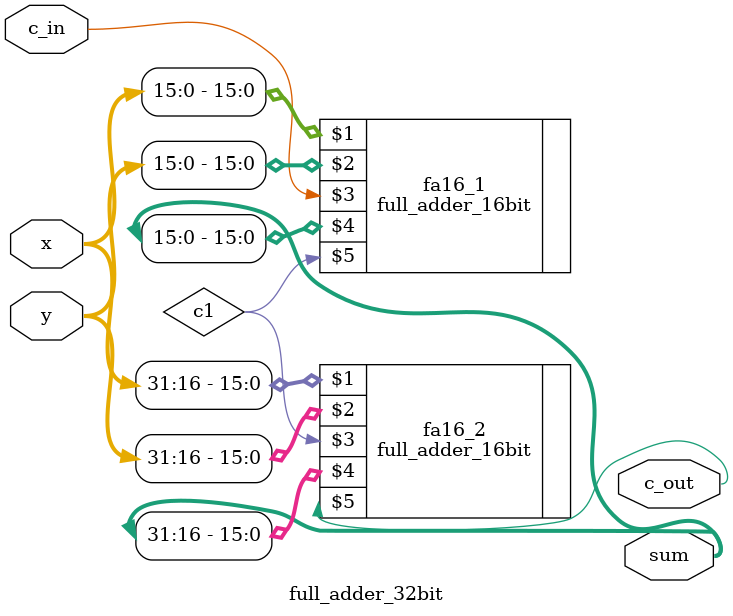
<source format=v>
`timescale 1ns / 1ps


module full_adder_32bit( //¸ðµâ ¼±¾ð
    x, y, c_in,
    sum, c_out
    );
    
input [31:0] x, y; //32bit
input c_in; //1bit
output [31:0] sum; //32bit
output c_out; //1bit
wire c1; //16bit full adderÀÇ c_out °ªÀ» Àü´ÞÇÏ´Â wire

//2°³ÀÇ 16bit full adder·Î ¼³°è
full_adder_16bit fa16_1 (x[15:0],y[15:0],c_in,sum[15:0],c1);
full_adder_16bit fa16_2 (x[31:16],y[31:16],c1,sum[31:16],c_out);
endmodule

</source>
